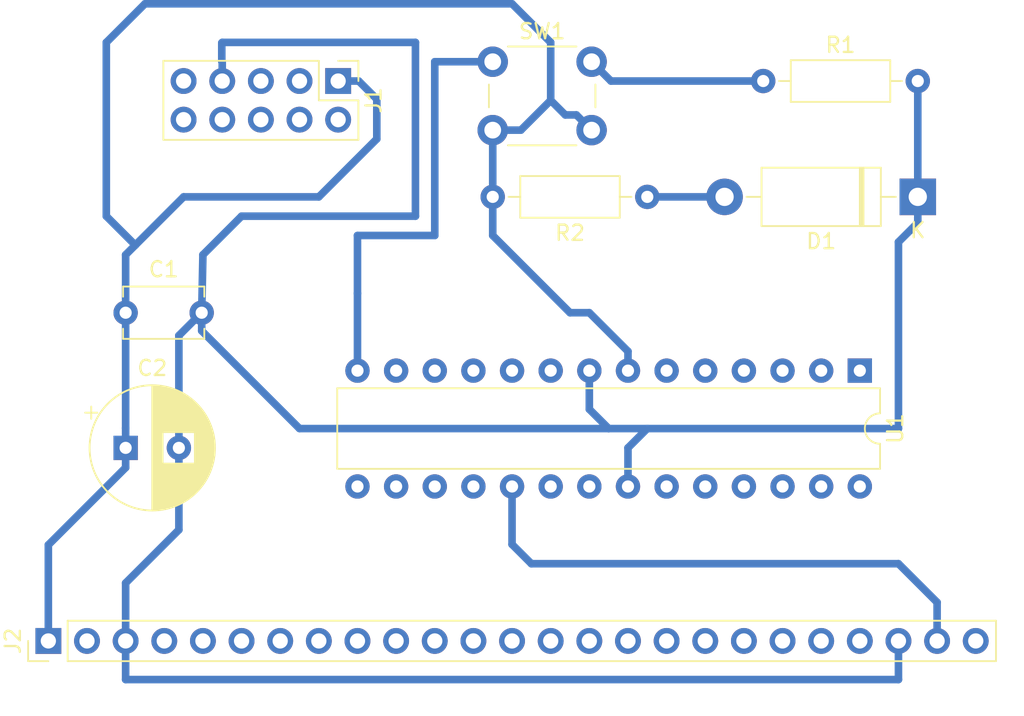
<source format=kicad_pcb>
(kicad_pcb (version 20171130) (host pcbnew "(5.1.0)-1")

  (general
    (thickness 1.6)
    (drawings 0)
    (tracks 73)
    (zones 0)
    (modules 9)
    (nets 53)
  )

  (page A4)
  (layers
    (0 F.Cu signal)
    (31 B.Cu signal)
    (32 B.Adhes user)
    (33 F.Adhes user)
    (34 B.Paste user)
    (35 F.Paste user)
    (36 B.SilkS user)
    (37 F.SilkS user)
    (38 B.Mask user)
    (39 F.Mask user)
    (40 Dwgs.User user)
    (41 Cmts.User user)
    (42 Eco1.User user)
    (43 Eco2.User user)
    (44 Edge.Cuts user)
    (45 Margin user)
    (46 B.CrtYd user)
    (47 F.CrtYd user)
    (48 B.Fab user)
    (49 F.Fab user)
  )

  (setup
    (last_trace_width 0.5)
    (trace_clearance 0.2)
    (zone_clearance 0.508)
    (zone_45_only no)
    (trace_min 0.2)
    (via_size 0.8)
    (via_drill 0.4)
    (via_min_size 0.4)
    (via_min_drill 0.3)
    (uvia_size 0.3)
    (uvia_drill 0.1)
    (uvias_allowed no)
    (uvia_min_size 0.2)
    (uvia_min_drill 0.1)
    (edge_width 0.1)
    (segment_width 0.2)
    (pcb_text_width 0.3)
    (pcb_text_size 1.5 1.5)
    (mod_edge_width 0.15)
    (mod_text_size 1 1)
    (mod_text_width 0.15)
    (pad_size 1.524 1.524)
    (pad_drill 0.762)
    (pad_to_mask_clearance 0)
    (aux_axis_origin 0 0)
    (visible_elements 7FFFFFFF)
    (pcbplotparams
      (layerselection 0x010fc_ffffffff)
      (usegerberextensions false)
      (usegerberattributes false)
      (usegerberadvancedattributes false)
      (creategerberjobfile false)
      (excludeedgelayer true)
      (linewidth 0.100000)
      (plotframeref false)
      (viasonmask false)
      (mode 1)
      (useauxorigin false)
      (hpglpennumber 1)
      (hpglpenspeed 20)
      (hpglpendiameter 15.000000)
      (psnegative false)
      (psa4output false)
      (plotreference true)
      (plotvalue true)
      (plotinvisibletext false)
      (padsonsilk false)
      (subtractmaskfromsilk false)
      (outputformat 1)
      (mirror false)
      (drillshape 1)
      (scaleselection 1)
      (outputdirectory ""))
  )

  (net 0 "")
  (net 1 GNDPWR)
  (net 2 +5V)
  (net 3 "Net-(D1-Pad2)")
  (net 4 "Net-(J1-Pad10)")
  (net 5 "Net-(J1-Pad9)")
  (net 6 "Net-(J1-Pad8)")
  (net 7 "Net-(J1-Pad6)")
  (net 8 "Net-(J1-Pad5)")
  (net 9 "Net-(J1-Pad4)")
  (net 10 "Net-(J1-Pad3)")
  (net 11 "Net-(J1-Pad2)")
  (net 12 "Net-(J2-Pad25)")
  (net 13 "Net-(J2-Pad22)")
  (net 14 "Net-(J2-Pad21)")
  (net 15 "Net-(J2-Pad20)")
  (net 16 "Net-(J2-Pad19)")
  (net 17 "Net-(J2-Pad18)")
  (net 18 "Net-(J2-Pad17)")
  (net 19 "Net-(J2-Pad16)")
  (net 20 "Net-(J2-Pad15)")
  (net 21 "Net-(J2-Pad14)")
  (net 22 "Net-(J2-Pad13)")
  (net 23 "Net-(J2-Pad12)")
  (net 24 "Net-(J2-Pad11)")
  (net 25 "Net-(J2-Pad10)")
  (net 26 "Net-(J2-Pad9)")
  (net 27 "Net-(J2-Pad8)")
  (net 28 "Net-(J2-Pad7)")
  (net 29 "Net-(J2-Pad6)")
  (net 30 "Net-(J2-Pad5)")
  (net 31 "Net-(J2-Pad4)")
  (net 32 "Net-(J2-Pad2)")
  (net 33 "Net-(R1-Pad1)")
  (net 34 "Net-(U1-Pad28)")
  (net 35 "Net-(U1-Pad27)")
  (net 36 "Net-(U1-Pad13)")
  (net 37 "Net-(U1-Pad26)")
  (net 38 "Net-(U1-Pad12)")
  (net 39 "Net-(U1-Pad25)")
  (net 40 "Net-(U1-Pad11)")
  (net 41 "Net-(U1-Pad24)")
  (net 42 "Net-(U1-Pad10)")
  (net 43 "Net-(U1-Pad23)")
  (net 44 "Net-(U1-Pad9)")
  (net 45 "Net-(U1-Pad21)")
  (net 46 "Net-(U1-Pad6)")
  (net 47 "Net-(U1-Pad5)")
  (net 48 "Net-(U1-Pad4)")
  (net 49 "Net-(U1-Pad3)")
  (net 50 "Net-(U1-Pad16)")
  (net 51 "Net-(U1-Pad2)")
  (net 52 "Net-(U1-Pad15)")

  (net_class Default "This is the default net class."
    (clearance 0.2)
    (trace_width 0.5)
    (via_dia 0.8)
    (via_drill 0.4)
    (uvia_dia 0.3)
    (uvia_drill 0.1)
    (add_net +5V)
    (add_net GNDPWR)
    (add_net "Net-(D1-Pad2)")
    (add_net "Net-(J1-Pad10)")
    (add_net "Net-(J1-Pad2)")
    (add_net "Net-(J1-Pad3)")
    (add_net "Net-(J1-Pad4)")
    (add_net "Net-(J1-Pad5)")
    (add_net "Net-(J1-Pad6)")
    (add_net "Net-(J1-Pad8)")
    (add_net "Net-(J1-Pad9)")
    (add_net "Net-(J2-Pad10)")
    (add_net "Net-(J2-Pad11)")
    (add_net "Net-(J2-Pad12)")
    (add_net "Net-(J2-Pad13)")
    (add_net "Net-(J2-Pad14)")
    (add_net "Net-(J2-Pad15)")
    (add_net "Net-(J2-Pad16)")
    (add_net "Net-(J2-Pad17)")
    (add_net "Net-(J2-Pad18)")
    (add_net "Net-(J2-Pad19)")
    (add_net "Net-(J2-Pad2)")
    (add_net "Net-(J2-Pad20)")
    (add_net "Net-(J2-Pad21)")
    (add_net "Net-(J2-Pad22)")
    (add_net "Net-(J2-Pad25)")
    (add_net "Net-(J2-Pad4)")
    (add_net "Net-(J2-Pad5)")
    (add_net "Net-(J2-Pad6)")
    (add_net "Net-(J2-Pad7)")
    (add_net "Net-(J2-Pad8)")
    (add_net "Net-(J2-Pad9)")
    (add_net "Net-(R1-Pad1)")
    (add_net "Net-(U1-Pad10)")
    (add_net "Net-(U1-Pad11)")
    (add_net "Net-(U1-Pad12)")
    (add_net "Net-(U1-Pad13)")
    (add_net "Net-(U1-Pad15)")
    (add_net "Net-(U1-Pad16)")
    (add_net "Net-(U1-Pad2)")
    (add_net "Net-(U1-Pad21)")
    (add_net "Net-(U1-Pad23)")
    (add_net "Net-(U1-Pad24)")
    (add_net "Net-(U1-Pad25)")
    (add_net "Net-(U1-Pad26)")
    (add_net "Net-(U1-Pad27)")
    (add_net "Net-(U1-Pad28)")
    (add_net "Net-(U1-Pad3)")
    (add_net "Net-(U1-Pad4)")
    (add_net "Net-(U1-Pad5)")
    (add_net "Net-(U1-Pad6)")
    (add_net "Net-(U1-Pad9)")
  )

  (module Package_DIP:DIP-28_W7.62mm (layer F.Cu) (tedit 5A02E8C5) (tstamp 5CB8F0FB)
    (at 151.13 83.82 270)
    (descr "28-lead though-hole mounted DIP package, row spacing 7.62 mm (300 mils)")
    (tags "THT DIP DIL PDIP 2.54mm 7.62mm 300mil")
    (path /5CB37C82)
    (fp_text reference U1 (at 3.81 -2.33 270) (layer F.SilkS)
      (effects (font (size 1 1) (thickness 0.15)))
    )
    (fp_text value ATmega328-PU (at 3.81 35.35 270) (layer F.Fab)
      (effects (font (size 1 1) (thickness 0.15)))
    )
    (fp_text user %R (at 3.81 16.51 270) (layer F.Fab)
      (effects (font (size 1 1) (thickness 0.15)))
    )
    (fp_line (start 8.7 -1.55) (end -1.1 -1.55) (layer F.CrtYd) (width 0.05))
    (fp_line (start 8.7 34.55) (end 8.7 -1.55) (layer F.CrtYd) (width 0.05))
    (fp_line (start -1.1 34.55) (end 8.7 34.55) (layer F.CrtYd) (width 0.05))
    (fp_line (start -1.1 -1.55) (end -1.1 34.55) (layer F.CrtYd) (width 0.05))
    (fp_line (start 6.46 -1.33) (end 4.81 -1.33) (layer F.SilkS) (width 0.12))
    (fp_line (start 6.46 34.35) (end 6.46 -1.33) (layer F.SilkS) (width 0.12))
    (fp_line (start 1.16 34.35) (end 6.46 34.35) (layer F.SilkS) (width 0.12))
    (fp_line (start 1.16 -1.33) (end 1.16 34.35) (layer F.SilkS) (width 0.12))
    (fp_line (start 2.81 -1.33) (end 1.16 -1.33) (layer F.SilkS) (width 0.12))
    (fp_line (start 0.635 -0.27) (end 1.635 -1.27) (layer F.Fab) (width 0.1))
    (fp_line (start 0.635 34.29) (end 0.635 -0.27) (layer F.Fab) (width 0.1))
    (fp_line (start 6.985 34.29) (end 0.635 34.29) (layer F.Fab) (width 0.1))
    (fp_line (start 6.985 -1.27) (end 6.985 34.29) (layer F.Fab) (width 0.1))
    (fp_line (start 1.635 -1.27) (end 6.985 -1.27) (layer F.Fab) (width 0.1))
    (fp_arc (start 3.81 -1.33) (end 2.81 -1.33) (angle -180) (layer F.SilkS) (width 0.12))
    (pad 28 thru_hole oval (at 7.62 0 270) (size 1.6 1.6) (drill 0.8) (layers *.Cu *.Mask)
      (net 34 "Net-(U1-Pad28)"))
    (pad 14 thru_hole oval (at 0 33.02 270) (size 1.6 1.6) (drill 0.8) (layers *.Cu *.Mask)
      (net 33 "Net-(R1-Pad1)"))
    (pad 27 thru_hole oval (at 7.62 2.54 270) (size 1.6 1.6) (drill 0.8) (layers *.Cu *.Mask)
      (net 35 "Net-(U1-Pad27)"))
    (pad 13 thru_hole oval (at 0 30.48 270) (size 1.6 1.6) (drill 0.8) (layers *.Cu *.Mask)
      (net 36 "Net-(U1-Pad13)"))
    (pad 26 thru_hole oval (at 7.62 5.08 270) (size 1.6 1.6) (drill 0.8) (layers *.Cu *.Mask)
      (net 37 "Net-(U1-Pad26)"))
    (pad 12 thru_hole oval (at 0 27.94 270) (size 1.6 1.6) (drill 0.8) (layers *.Cu *.Mask)
      (net 38 "Net-(U1-Pad12)"))
    (pad 25 thru_hole oval (at 7.62 7.62 270) (size 1.6 1.6) (drill 0.8) (layers *.Cu *.Mask)
      (net 39 "Net-(U1-Pad25)"))
    (pad 11 thru_hole oval (at 0 25.4 270) (size 1.6 1.6) (drill 0.8) (layers *.Cu *.Mask)
      (net 40 "Net-(U1-Pad11)"))
    (pad 24 thru_hole oval (at 7.62 10.16 270) (size 1.6 1.6) (drill 0.8) (layers *.Cu *.Mask)
      (net 41 "Net-(U1-Pad24)"))
    (pad 10 thru_hole oval (at 0 22.86 270) (size 1.6 1.6) (drill 0.8) (layers *.Cu *.Mask)
      (net 42 "Net-(U1-Pad10)"))
    (pad 23 thru_hole oval (at 7.62 12.7 270) (size 1.6 1.6) (drill 0.8) (layers *.Cu *.Mask)
      (net 43 "Net-(U1-Pad23)"))
    (pad 9 thru_hole oval (at 0 20.32 270) (size 1.6 1.6) (drill 0.8) (layers *.Cu *.Mask)
      (net 44 "Net-(U1-Pad9)"))
    (pad 22 thru_hole oval (at 7.62 15.24 270) (size 1.6 1.6) (drill 0.8) (layers *.Cu *.Mask)
      (net 1 GNDPWR))
    (pad 8 thru_hole oval (at 0 17.78 270) (size 1.6 1.6) (drill 0.8) (layers *.Cu *.Mask)
      (net 1 GNDPWR))
    (pad 21 thru_hole oval (at 7.62 17.78 270) (size 1.6 1.6) (drill 0.8) (layers *.Cu *.Mask)
      (net 45 "Net-(U1-Pad21)"))
    (pad 7 thru_hole oval (at 0 15.24 270) (size 1.6 1.6) (drill 0.8) (layers *.Cu *.Mask)
      (net 2 +5V))
    (pad 20 thru_hole oval (at 7.62 20.32 270) (size 1.6 1.6) (drill 0.8) (layers *.Cu *.Mask)
      (net 2 +5V))
    (pad 6 thru_hole oval (at 0 12.7 270) (size 1.6 1.6) (drill 0.8) (layers *.Cu *.Mask)
      (net 46 "Net-(U1-Pad6)"))
    (pad 19 thru_hole oval (at 7.62 22.86 270) (size 1.6 1.6) (drill 0.8) (layers *.Cu *.Mask)
      (net 6 "Net-(J1-Pad8)"))
    (pad 5 thru_hole oval (at 0 10.16 270) (size 1.6 1.6) (drill 0.8) (layers *.Cu *.Mask)
      (net 47 "Net-(U1-Pad5)"))
    (pad 18 thru_hole oval (at 7.62 25.4 270) (size 1.6 1.6) (drill 0.8) (layers *.Cu *.Mask)
      (net 4 "Net-(J1-Pad10)"))
    (pad 4 thru_hole oval (at 0 7.62 270) (size 1.6 1.6) (drill 0.8) (layers *.Cu *.Mask)
      (net 48 "Net-(U1-Pad4)"))
    (pad 17 thru_hole oval (at 7.62 27.94 270) (size 1.6 1.6) (drill 0.8) (layers *.Cu *.Mask)
      (net 11 "Net-(J1-Pad2)"))
    (pad 3 thru_hole oval (at 0 5.08 270) (size 1.6 1.6) (drill 0.8) (layers *.Cu *.Mask)
      (net 49 "Net-(U1-Pad3)"))
    (pad 16 thru_hole oval (at 7.62 30.48 270) (size 1.6 1.6) (drill 0.8) (layers *.Cu *.Mask)
      (net 50 "Net-(U1-Pad16)"))
    (pad 2 thru_hole oval (at 0 2.54 270) (size 1.6 1.6) (drill 0.8) (layers *.Cu *.Mask)
      (net 51 "Net-(U1-Pad2)"))
    (pad 15 thru_hole oval (at 7.62 33.02 270) (size 1.6 1.6) (drill 0.8) (layers *.Cu *.Mask)
      (net 52 "Net-(U1-Pad15)"))
    (pad 1 thru_hole rect (at 0 0 270) (size 1.6 1.6) (drill 0.8) (layers *.Cu *.Mask)
      (net 7 "Net-(J1-Pad6)"))
    (model ${KISYS3DMOD}/Package_DIP.3dshapes/DIP-28_W7.62mm.wrl
      (at (xyz 0 0 0))
      (scale (xyz 1 1 1))
      (rotate (xyz 0 0 0))
    )
  )

  (module Button_Switch_THT:SW_PUSH_6mm_H4.3mm (layer F.Cu) (tedit 5A02FE31) (tstamp 5CB8F0CB)
    (at 127 63.5)
    (descr "tactile push button, 6x6mm e.g. PHAP33xx series, height=4.3mm")
    (tags "tact sw push 6mm")
    (path /5CB41666)
    (fp_text reference SW1 (at 3.25 -2) (layer F.SilkS)
      (effects (font (size 1 1) (thickness 0.15)))
    )
    (fp_text value SW (at 3.75 6.7) (layer F.Fab)
      (effects (font (size 1 1) (thickness 0.15)))
    )
    (fp_circle (center 3.25 2.25) (end 1.25 2.5) (layer F.Fab) (width 0.1))
    (fp_line (start 6.75 3) (end 6.75 1.5) (layer F.SilkS) (width 0.12))
    (fp_line (start 5.5 -1) (end 1 -1) (layer F.SilkS) (width 0.12))
    (fp_line (start -0.25 1.5) (end -0.25 3) (layer F.SilkS) (width 0.12))
    (fp_line (start 1 5.5) (end 5.5 5.5) (layer F.SilkS) (width 0.12))
    (fp_line (start 8 -1.25) (end 8 5.75) (layer F.CrtYd) (width 0.05))
    (fp_line (start 7.75 6) (end -1.25 6) (layer F.CrtYd) (width 0.05))
    (fp_line (start -1.5 5.75) (end -1.5 -1.25) (layer F.CrtYd) (width 0.05))
    (fp_line (start -1.25 -1.5) (end 7.75 -1.5) (layer F.CrtYd) (width 0.05))
    (fp_line (start -1.5 6) (end -1.25 6) (layer F.CrtYd) (width 0.05))
    (fp_line (start -1.5 5.75) (end -1.5 6) (layer F.CrtYd) (width 0.05))
    (fp_line (start -1.5 -1.5) (end -1.25 -1.5) (layer F.CrtYd) (width 0.05))
    (fp_line (start -1.5 -1.25) (end -1.5 -1.5) (layer F.CrtYd) (width 0.05))
    (fp_line (start 8 -1.5) (end 8 -1.25) (layer F.CrtYd) (width 0.05))
    (fp_line (start 7.75 -1.5) (end 8 -1.5) (layer F.CrtYd) (width 0.05))
    (fp_line (start 8 6) (end 8 5.75) (layer F.CrtYd) (width 0.05))
    (fp_line (start 7.75 6) (end 8 6) (layer F.CrtYd) (width 0.05))
    (fp_line (start 0.25 -0.75) (end 3.25 -0.75) (layer F.Fab) (width 0.1))
    (fp_line (start 0.25 5.25) (end 0.25 -0.75) (layer F.Fab) (width 0.1))
    (fp_line (start 6.25 5.25) (end 0.25 5.25) (layer F.Fab) (width 0.1))
    (fp_line (start 6.25 -0.75) (end 6.25 5.25) (layer F.Fab) (width 0.1))
    (fp_line (start 3.25 -0.75) (end 6.25 -0.75) (layer F.Fab) (width 0.1))
    (fp_text user %R (at 3.25 2.25) (layer F.Fab)
      (effects (font (size 1 1) (thickness 0.15)))
    )
    (pad 1 thru_hole circle (at 6.5 0 90) (size 2 2) (drill 1.1) (layers *.Cu *.Mask)
      (net 33 "Net-(R1-Pad1)"))
    (pad 2 thru_hole circle (at 6.5 4.5 90) (size 2 2) (drill 1.1) (layers *.Cu *.Mask)
      (net 2 +5V))
    (pad 1 thru_hole circle (at 0 0 90) (size 2 2) (drill 1.1) (layers *.Cu *.Mask)
      (net 33 "Net-(R1-Pad1)"))
    (pad 2 thru_hole circle (at 0 4.5 90) (size 2 2) (drill 1.1) (layers *.Cu *.Mask)
      (net 2 +5V))
    (model ${KISYS3DMOD}/Button_Switch_THT.3dshapes/SW_PUSH_6mm_H4.3mm.wrl
      (at (xyz 0 0 0))
      (scale (xyz 1 1 1))
      (rotate (xyz 0 0 0))
    )
  )

  (module Resistor_THT:R_Axial_DIN0207_L6.3mm_D2.5mm_P10.16mm_Horizontal (layer F.Cu) (tedit 5AE5139B) (tstamp 5CB8F0AC)
    (at 137.16 72.39 180)
    (descr "Resistor, Axial_DIN0207 series, Axial, Horizontal, pin pitch=10.16mm, 0.25W = 1/4W, length*diameter=6.3*2.5mm^2, http://cdn-reichelt.de/documents/datenblatt/B400/1_4W%23YAG.pdf")
    (tags "Resistor Axial_DIN0207 series Axial Horizontal pin pitch 10.16mm 0.25W = 1/4W length 6.3mm diameter 2.5mm")
    (path /5CB52D38)
    (fp_text reference R2 (at 5.08 -2.37 180) (layer F.SilkS)
      (effects (font (size 1 1) (thickness 0.15)))
    )
    (fp_text value 1k (at 5.08 2.37 180) (layer F.Fab)
      (effects (font (size 1 1) (thickness 0.15)))
    )
    (fp_text user %R (at 5.08 0 180) (layer F.Fab)
      (effects (font (size 1 1) (thickness 0.15)))
    )
    (fp_line (start 11.21 -1.5) (end -1.05 -1.5) (layer F.CrtYd) (width 0.05))
    (fp_line (start 11.21 1.5) (end 11.21 -1.5) (layer F.CrtYd) (width 0.05))
    (fp_line (start -1.05 1.5) (end 11.21 1.5) (layer F.CrtYd) (width 0.05))
    (fp_line (start -1.05 -1.5) (end -1.05 1.5) (layer F.CrtYd) (width 0.05))
    (fp_line (start 9.12 0) (end 8.35 0) (layer F.SilkS) (width 0.12))
    (fp_line (start 1.04 0) (end 1.81 0) (layer F.SilkS) (width 0.12))
    (fp_line (start 8.35 -1.37) (end 1.81 -1.37) (layer F.SilkS) (width 0.12))
    (fp_line (start 8.35 1.37) (end 8.35 -1.37) (layer F.SilkS) (width 0.12))
    (fp_line (start 1.81 1.37) (end 8.35 1.37) (layer F.SilkS) (width 0.12))
    (fp_line (start 1.81 -1.37) (end 1.81 1.37) (layer F.SilkS) (width 0.12))
    (fp_line (start 10.16 0) (end 8.23 0) (layer F.Fab) (width 0.1))
    (fp_line (start 0 0) (end 1.93 0) (layer F.Fab) (width 0.1))
    (fp_line (start 8.23 -1.25) (end 1.93 -1.25) (layer F.Fab) (width 0.1))
    (fp_line (start 8.23 1.25) (end 8.23 -1.25) (layer F.Fab) (width 0.1))
    (fp_line (start 1.93 1.25) (end 8.23 1.25) (layer F.Fab) (width 0.1))
    (fp_line (start 1.93 -1.25) (end 1.93 1.25) (layer F.Fab) (width 0.1))
    (pad 2 thru_hole oval (at 10.16 0 180) (size 1.6 1.6) (drill 0.8) (layers *.Cu *.Mask)
      (net 2 +5V))
    (pad 1 thru_hole circle (at 0 0 180) (size 1.6 1.6) (drill 0.8) (layers *.Cu *.Mask)
      (net 3 "Net-(D1-Pad2)"))
    (model ${KISYS3DMOD}/Resistor_THT.3dshapes/R_Axial_DIN0207_L6.3mm_D2.5mm_P10.16mm_Horizontal.wrl
      (at (xyz 0 0 0))
      (scale (xyz 1 1 1))
      (rotate (xyz 0 0 0))
    )
  )

  (module Resistor_THT:R_Axial_DIN0207_L6.3mm_D2.5mm_P10.16mm_Horizontal (layer F.Cu) (tedit 5AE5139B) (tstamp 5CB8FBE4)
    (at 144.78 64.77)
    (descr "Resistor, Axial_DIN0207 series, Axial, Horizontal, pin pitch=10.16mm, 0.25W = 1/4W, length*diameter=6.3*2.5mm^2, http://cdn-reichelt.de/documents/datenblatt/B400/1_4W%23YAG.pdf")
    (tags "Resistor Axial_DIN0207 series Axial Horizontal pin pitch 10.16mm 0.25W = 1/4W length 6.3mm diameter 2.5mm")
    (path /5CB42A87)
    (fp_text reference R1 (at 5.08 -2.37) (layer F.SilkS)
      (effects (font (size 1 1) (thickness 0.15)))
    )
    (fp_text value 10k (at 5.08 2.37) (layer F.Fab)
      (effects (font (size 1 1) (thickness 0.15)))
    )
    (fp_text user %R (at 5.08 0) (layer F.Fab)
      (effects (font (size 1 1) (thickness 0.15)))
    )
    (fp_line (start 11.21 -1.5) (end -1.05 -1.5) (layer F.CrtYd) (width 0.05))
    (fp_line (start 11.21 1.5) (end 11.21 -1.5) (layer F.CrtYd) (width 0.05))
    (fp_line (start -1.05 1.5) (end 11.21 1.5) (layer F.CrtYd) (width 0.05))
    (fp_line (start -1.05 -1.5) (end -1.05 1.5) (layer F.CrtYd) (width 0.05))
    (fp_line (start 9.12 0) (end 8.35 0) (layer F.SilkS) (width 0.12))
    (fp_line (start 1.04 0) (end 1.81 0) (layer F.SilkS) (width 0.12))
    (fp_line (start 8.35 -1.37) (end 1.81 -1.37) (layer F.SilkS) (width 0.12))
    (fp_line (start 8.35 1.37) (end 8.35 -1.37) (layer F.SilkS) (width 0.12))
    (fp_line (start 1.81 1.37) (end 8.35 1.37) (layer F.SilkS) (width 0.12))
    (fp_line (start 1.81 -1.37) (end 1.81 1.37) (layer F.SilkS) (width 0.12))
    (fp_line (start 10.16 0) (end 8.23 0) (layer F.Fab) (width 0.1))
    (fp_line (start 0 0) (end 1.93 0) (layer F.Fab) (width 0.1))
    (fp_line (start 8.23 -1.25) (end 1.93 -1.25) (layer F.Fab) (width 0.1))
    (fp_line (start 8.23 1.25) (end 8.23 -1.25) (layer F.Fab) (width 0.1))
    (fp_line (start 1.93 1.25) (end 8.23 1.25) (layer F.Fab) (width 0.1))
    (fp_line (start 1.93 -1.25) (end 1.93 1.25) (layer F.Fab) (width 0.1))
    (pad 2 thru_hole oval (at 10.16 0) (size 1.6 1.6) (drill 0.8) (layers *.Cu *.Mask)
      (net 1 GNDPWR))
    (pad 1 thru_hole circle (at 0 0) (size 1.6 1.6) (drill 0.8) (layers *.Cu *.Mask)
      (net 33 "Net-(R1-Pad1)"))
    (model ${KISYS3DMOD}/Resistor_THT.3dshapes/R_Axial_DIN0207_L6.3mm_D2.5mm_P10.16mm_Horizontal.wrl
      (at (xyz 0 0 0))
      (scale (xyz 1 1 1))
      (rotate (xyz 0 0 0))
    )
  )

  (module Connector_PinHeader_2.54mm:PinHeader_1x25_P2.54mm_Vertical (layer F.Cu) (tedit 59FED5CC) (tstamp 5CB8F07E)
    (at 97.79 101.6 90)
    (descr "Through hole straight pin header, 1x25, 2.54mm pitch, single row")
    (tags "Through hole pin header THT 1x25 2.54mm single row")
    (path /5CB38ADE)
    (fp_text reference J2 (at 0 -2.33 90) (layer F.SilkS)
      (effects (font (size 1 1) (thickness 0.15)))
    )
    (fp_text value "Rainbow Bus" (at 0 63.29 90) (layer F.Fab)
      (effects (font (size 1 1) (thickness 0.15)))
    )
    (fp_text user %R (at 0 30.48 180) (layer F.Fab)
      (effects (font (size 1 1) (thickness 0.15)))
    )
    (fp_line (start 1.8 -1.8) (end -1.8 -1.8) (layer F.CrtYd) (width 0.05))
    (fp_line (start 1.8 62.75) (end 1.8 -1.8) (layer F.CrtYd) (width 0.05))
    (fp_line (start -1.8 62.75) (end 1.8 62.75) (layer F.CrtYd) (width 0.05))
    (fp_line (start -1.8 -1.8) (end -1.8 62.75) (layer F.CrtYd) (width 0.05))
    (fp_line (start -1.33 -1.33) (end 0 -1.33) (layer F.SilkS) (width 0.12))
    (fp_line (start -1.33 0) (end -1.33 -1.33) (layer F.SilkS) (width 0.12))
    (fp_line (start -1.33 1.27) (end 1.33 1.27) (layer F.SilkS) (width 0.12))
    (fp_line (start 1.33 1.27) (end 1.33 62.29) (layer F.SilkS) (width 0.12))
    (fp_line (start -1.33 1.27) (end -1.33 62.29) (layer F.SilkS) (width 0.12))
    (fp_line (start -1.33 62.29) (end 1.33 62.29) (layer F.SilkS) (width 0.12))
    (fp_line (start -1.27 -0.635) (end -0.635 -1.27) (layer F.Fab) (width 0.1))
    (fp_line (start -1.27 62.23) (end -1.27 -0.635) (layer F.Fab) (width 0.1))
    (fp_line (start 1.27 62.23) (end -1.27 62.23) (layer F.Fab) (width 0.1))
    (fp_line (start 1.27 -1.27) (end 1.27 62.23) (layer F.Fab) (width 0.1))
    (fp_line (start -0.635 -1.27) (end 1.27 -1.27) (layer F.Fab) (width 0.1))
    (pad 25 thru_hole oval (at 0 60.96 90) (size 1.7 1.7) (drill 1) (layers *.Cu *.Mask)
      (net 12 "Net-(J2-Pad25)"))
    (pad 24 thru_hole oval (at 0 58.42 90) (size 1.7 1.7) (drill 1) (layers *.Cu *.Mask)
      (net 6 "Net-(J1-Pad8)"))
    (pad 23 thru_hole oval (at 0 55.88 90) (size 1.7 1.7) (drill 1) (layers *.Cu *.Mask)
      (net 1 GNDPWR))
    (pad 22 thru_hole oval (at 0 53.34 90) (size 1.7 1.7) (drill 1) (layers *.Cu *.Mask)
      (net 13 "Net-(J2-Pad22)"))
    (pad 21 thru_hole oval (at 0 50.8 90) (size 1.7 1.7) (drill 1) (layers *.Cu *.Mask)
      (net 14 "Net-(J2-Pad21)"))
    (pad 20 thru_hole oval (at 0 48.26 90) (size 1.7 1.7) (drill 1) (layers *.Cu *.Mask)
      (net 15 "Net-(J2-Pad20)"))
    (pad 19 thru_hole oval (at 0 45.72 90) (size 1.7 1.7) (drill 1) (layers *.Cu *.Mask)
      (net 16 "Net-(J2-Pad19)"))
    (pad 18 thru_hole oval (at 0 43.18 90) (size 1.7 1.7) (drill 1) (layers *.Cu *.Mask)
      (net 17 "Net-(J2-Pad18)"))
    (pad 17 thru_hole oval (at 0 40.64 90) (size 1.7 1.7) (drill 1) (layers *.Cu *.Mask)
      (net 18 "Net-(J2-Pad17)"))
    (pad 16 thru_hole oval (at 0 38.1 90) (size 1.7 1.7) (drill 1) (layers *.Cu *.Mask)
      (net 19 "Net-(J2-Pad16)"))
    (pad 15 thru_hole oval (at 0 35.56 90) (size 1.7 1.7) (drill 1) (layers *.Cu *.Mask)
      (net 20 "Net-(J2-Pad15)"))
    (pad 14 thru_hole oval (at 0 33.02 90) (size 1.7 1.7) (drill 1) (layers *.Cu *.Mask)
      (net 21 "Net-(J2-Pad14)"))
    (pad 13 thru_hole oval (at 0 30.48 90) (size 1.7 1.7) (drill 1) (layers *.Cu *.Mask)
      (net 22 "Net-(J2-Pad13)"))
    (pad 12 thru_hole oval (at 0 27.94 90) (size 1.7 1.7) (drill 1) (layers *.Cu *.Mask)
      (net 23 "Net-(J2-Pad12)"))
    (pad 11 thru_hole oval (at 0 25.4 90) (size 1.7 1.7) (drill 1) (layers *.Cu *.Mask)
      (net 24 "Net-(J2-Pad11)"))
    (pad 10 thru_hole oval (at 0 22.86 90) (size 1.7 1.7) (drill 1) (layers *.Cu *.Mask)
      (net 25 "Net-(J2-Pad10)"))
    (pad 9 thru_hole oval (at 0 20.32 90) (size 1.7 1.7) (drill 1) (layers *.Cu *.Mask)
      (net 26 "Net-(J2-Pad9)"))
    (pad 8 thru_hole oval (at 0 17.78 90) (size 1.7 1.7) (drill 1) (layers *.Cu *.Mask)
      (net 27 "Net-(J2-Pad8)"))
    (pad 7 thru_hole oval (at 0 15.24 90) (size 1.7 1.7) (drill 1) (layers *.Cu *.Mask)
      (net 28 "Net-(J2-Pad7)"))
    (pad 6 thru_hole oval (at 0 12.7 90) (size 1.7 1.7) (drill 1) (layers *.Cu *.Mask)
      (net 29 "Net-(J2-Pad6)"))
    (pad 5 thru_hole oval (at 0 10.16 90) (size 1.7 1.7) (drill 1) (layers *.Cu *.Mask)
      (net 30 "Net-(J2-Pad5)"))
    (pad 4 thru_hole oval (at 0 7.62 90) (size 1.7 1.7) (drill 1) (layers *.Cu *.Mask)
      (net 31 "Net-(J2-Pad4)"))
    (pad 3 thru_hole oval (at 0 5.08 90) (size 1.7 1.7) (drill 1) (layers *.Cu *.Mask)
      (net 1 GNDPWR))
    (pad 2 thru_hole oval (at 0 2.54 90) (size 1.7 1.7) (drill 1) (layers *.Cu *.Mask)
      (net 32 "Net-(J2-Pad2)"))
    (pad 1 thru_hole rect (at 0 0 90) (size 1.7 1.7) (drill 1) (layers *.Cu *.Mask)
      (net 2 +5V))
    (model ${KISYS3DMOD}/Connector_PinHeader_2.54mm.3dshapes/PinHeader_1x25_P2.54mm_Vertical.wrl
      (at (xyz 0 0 0))
      (scale (xyz 1 1 1))
      (rotate (xyz 0 0 0))
    )
  )

  (module Connector_PinHeader_2.54mm:PinHeader_2x05_P2.54mm_Vertical (layer F.Cu) (tedit 59FED5CC) (tstamp 5CB8F051)
    (at 116.84 64.77 270)
    (descr "Through hole straight pin header, 2x05, 2.54mm pitch, double rows")
    (tags "Through hole pin header THT 2x05 2.54mm double row")
    (path /5CB37D36)
    (fp_text reference J1 (at 1.27 -2.33 270) (layer F.SilkS)
      (effects (font (size 1 1) (thickness 0.15)))
    )
    (fp_text value "SPI Connector" (at 1.27 12.49 270) (layer F.Fab)
      (effects (font (size 1 1) (thickness 0.15)))
    )
    (fp_text user %R (at 1.27 5.08) (layer F.Fab)
      (effects (font (size 1 1) (thickness 0.15)))
    )
    (fp_line (start 4.35 -1.8) (end -1.8 -1.8) (layer F.CrtYd) (width 0.05))
    (fp_line (start 4.35 11.95) (end 4.35 -1.8) (layer F.CrtYd) (width 0.05))
    (fp_line (start -1.8 11.95) (end 4.35 11.95) (layer F.CrtYd) (width 0.05))
    (fp_line (start -1.8 -1.8) (end -1.8 11.95) (layer F.CrtYd) (width 0.05))
    (fp_line (start -1.33 -1.33) (end 0 -1.33) (layer F.SilkS) (width 0.12))
    (fp_line (start -1.33 0) (end -1.33 -1.33) (layer F.SilkS) (width 0.12))
    (fp_line (start 1.27 -1.33) (end 3.87 -1.33) (layer F.SilkS) (width 0.12))
    (fp_line (start 1.27 1.27) (end 1.27 -1.33) (layer F.SilkS) (width 0.12))
    (fp_line (start -1.33 1.27) (end 1.27 1.27) (layer F.SilkS) (width 0.12))
    (fp_line (start 3.87 -1.33) (end 3.87 11.49) (layer F.SilkS) (width 0.12))
    (fp_line (start -1.33 1.27) (end -1.33 11.49) (layer F.SilkS) (width 0.12))
    (fp_line (start -1.33 11.49) (end 3.87 11.49) (layer F.SilkS) (width 0.12))
    (fp_line (start -1.27 0) (end 0 -1.27) (layer F.Fab) (width 0.1))
    (fp_line (start -1.27 11.43) (end -1.27 0) (layer F.Fab) (width 0.1))
    (fp_line (start 3.81 11.43) (end -1.27 11.43) (layer F.Fab) (width 0.1))
    (fp_line (start 3.81 -1.27) (end 3.81 11.43) (layer F.Fab) (width 0.1))
    (fp_line (start 0 -1.27) (end 3.81 -1.27) (layer F.Fab) (width 0.1))
    (pad 10 thru_hole oval (at 2.54 10.16 270) (size 1.7 1.7) (drill 1) (layers *.Cu *.Mask)
      (net 4 "Net-(J1-Pad10)"))
    (pad 9 thru_hole oval (at 0 10.16 270) (size 1.7 1.7) (drill 1) (layers *.Cu *.Mask)
      (net 5 "Net-(J1-Pad9)"))
    (pad 8 thru_hole oval (at 2.54 7.62 270) (size 1.7 1.7) (drill 1) (layers *.Cu *.Mask)
      (net 6 "Net-(J1-Pad8)"))
    (pad 7 thru_hole oval (at 0 7.62 270) (size 1.7 1.7) (drill 1) (layers *.Cu *.Mask)
      (net 1 GNDPWR))
    (pad 6 thru_hole oval (at 2.54 5.08 270) (size 1.7 1.7) (drill 1) (layers *.Cu *.Mask)
      (net 7 "Net-(J1-Pad6)"))
    (pad 5 thru_hole oval (at 0 5.08 270) (size 1.7 1.7) (drill 1) (layers *.Cu *.Mask)
      (net 8 "Net-(J1-Pad5)"))
    (pad 4 thru_hole oval (at 2.54 2.54 270) (size 1.7 1.7) (drill 1) (layers *.Cu *.Mask)
      (net 9 "Net-(J1-Pad4)"))
    (pad 3 thru_hole oval (at 0 2.54 270) (size 1.7 1.7) (drill 1) (layers *.Cu *.Mask)
      (net 10 "Net-(J1-Pad3)"))
    (pad 2 thru_hole oval (at 2.54 0 270) (size 1.7 1.7) (drill 1) (layers *.Cu *.Mask)
      (net 11 "Net-(J1-Pad2)"))
    (pad 1 thru_hole rect (at 0 0 270) (size 1.7 1.7) (drill 1) (layers *.Cu *.Mask)
      (net 2 +5V))
    (model ${KISYS3DMOD}/Connector_PinHeader_2.54mm.3dshapes/PinHeader_2x05_P2.54mm_Vertical.wrl
      (at (xyz 0 0 0))
      (scale (xyz 1 1 1))
      (rotate (xyz 0 0 0))
    )
  )

  (module Diode_THT:D_DO-15_P12.70mm_Horizontal (layer F.Cu) (tedit 5AE50CD5) (tstamp 5CB8FAB1)
    (at 154.94 72.39 180)
    (descr "Diode, DO-15 series, Axial, Horizontal, pin pitch=12.7mm, , length*diameter=7.6*3.6mm^2, , http://www.diodes.com/_files/packages/DO-15.pdf")
    (tags "Diode DO-15 series Axial Horizontal pin pitch 12.7mm  length 7.6mm diameter 3.6mm")
    (path /5CB520D1)
    (fp_text reference D1 (at 6.35 -2.92 180) (layer F.SilkS)
      (effects (font (size 1 1) (thickness 0.15)))
    )
    (fp_text value LED_ALT (at 6.35 2.92 180) (layer F.Fab)
      (effects (font (size 1 1) (thickness 0.15)))
    )
    (fp_text user K (at 0 -2.2 180) (layer F.SilkS)
      (effects (font (size 1 1) (thickness 0.15)))
    )
    (fp_text user K (at 0 -2.2 180) (layer F.Fab)
      (effects (font (size 1 1) (thickness 0.15)))
    )
    (fp_text user %R (at 6.92 0 180) (layer F.Fab)
      (effects (font (size 1 1) (thickness 0.15)))
    )
    (fp_line (start 14.15 -2.05) (end -1.45 -2.05) (layer F.CrtYd) (width 0.05))
    (fp_line (start 14.15 2.05) (end 14.15 -2.05) (layer F.CrtYd) (width 0.05))
    (fp_line (start -1.45 2.05) (end 14.15 2.05) (layer F.CrtYd) (width 0.05))
    (fp_line (start -1.45 -2.05) (end -1.45 2.05) (layer F.CrtYd) (width 0.05))
    (fp_line (start 3.57 -1.92) (end 3.57 1.92) (layer F.SilkS) (width 0.12))
    (fp_line (start 3.81 -1.92) (end 3.81 1.92) (layer F.SilkS) (width 0.12))
    (fp_line (start 3.69 -1.92) (end 3.69 1.92) (layer F.SilkS) (width 0.12))
    (fp_line (start 11.26 0) (end 10.27 0) (layer F.SilkS) (width 0.12))
    (fp_line (start 1.44 0) (end 2.43 0) (layer F.SilkS) (width 0.12))
    (fp_line (start 10.27 -1.92) (end 2.43 -1.92) (layer F.SilkS) (width 0.12))
    (fp_line (start 10.27 1.92) (end 10.27 -1.92) (layer F.SilkS) (width 0.12))
    (fp_line (start 2.43 1.92) (end 10.27 1.92) (layer F.SilkS) (width 0.12))
    (fp_line (start 2.43 -1.92) (end 2.43 1.92) (layer F.SilkS) (width 0.12))
    (fp_line (start 3.59 -1.8) (end 3.59 1.8) (layer F.Fab) (width 0.1))
    (fp_line (start 3.79 -1.8) (end 3.79 1.8) (layer F.Fab) (width 0.1))
    (fp_line (start 3.69 -1.8) (end 3.69 1.8) (layer F.Fab) (width 0.1))
    (fp_line (start 12.7 0) (end 10.15 0) (layer F.Fab) (width 0.1))
    (fp_line (start 0 0) (end 2.55 0) (layer F.Fab) (width 0.1))
    (fp_line (start 10.15 -1.8) (end 2.55 -1.8) (layer F.Fab) (width 0.1))
    (fp_line (start 10.15 1.8) (end 10.15 -1.8) (layer F.Fab) (width 0.1))
    (fp_line (start 2.55 1.8) (end 10.15 1.8) (layer F.Fab) (width 0.1))
    (fp_line (start 2.55 -1.8) (end 2.55 1.8) (layer F.Fab) (width 0.1))
    (pad 2 thru_hole oval (at 12.7 0 180) (size 2.4 2.4) (drill 1.2) (layers *.Cu *.Mask)
      (net 3 "Net-(D1-Pad2)"))
    (pad 1 thru_hole rect (at 0 0 180) (size 2.4 2.4) (drill 1.2) (layers *.Cu *.Mask)
      (net 1 GNDPWR))
    (model ${KISYS3DMOD}/Diode_THT.3dshapes/D_DO-15_P12.70mm_Horizontal.wrl
      (at (xyz 0 0 0))
      (scale (xyz 1 1 1))
      (rotate (xyz 0 0 0))
    )
  )

  (module Capacitor_THT:CP_Radial_D8.0mm_P3.50mm (layer F.Cu) (tedit 5AE50EF0) (tstamp 5CB8F012)
    (at 102.87 88.9)
    (descr "CP, Radial series, Radial, pin pitch=3.50mm, , diameter=8mm, Electrolytic Capacitor")
    (tags "CP Radial series Radial pin pitch 3.50mm  diameter 8mm Electrolytic Capacitor")
    (path /5CB8B6CC)
    (fp_text reference C2 (at 1.75 -5.25) (layer F.SilkS)
      (effects (font (size 1 1) (thickness 0.15)))
    )
    (fp_text value 100u (at 1.75 5.25) (layer F.Fab)
      (effects (font (size 1 1) (thickness 0.15)))
    )
    (fp_text user %R (at 1.75 0) (layer F.Fab)
      (effects (font (size 1 1) (thickness 0.15)))
    )
    (fp_line (start -2.259698 -2.715) (end -2.259698 -1.915) (layer F.SilkS) (width 0.12))
    (fp_line (start -2.659698 -2.315) (end -1.859698 -2.315) (layer F.SilkS) (width 0.12))
    (fp_line (start 5.831 -0.533) (end 5.831 0.533) (layer F.SilkS) (width 0.12))
    (fp_line (start 5.791 -0.768) (end 5.791 0.768) (layer F.SilkS) (width 0.12))
    (fp_line (start 5.751 -0.948) (end 5.751 0.948) (layer F.SilkS) (width 0.12))
    (fp_line (start 5.711 -1.098) (end 5.711 1.098) (layer F.SilkS) (width 0.12))
    (fp_line (start 5.671 -1.229) (end 5.671 1.229) (layer F.SilkS) (width 0.12))
    (fp_line (start 5.631 -1.346) (end 5.631 1.346) (layer F.SilkS) (width 0.12))
    (fp_line (start 5.591 -1.453) (end 5.591 1.453) (layer F.SilkS) (width 0.12))
    (fp_line (start 5.551 -1.552) (end 5.551 1.552) (layer F.SilkS) (width 0.12))
    (fp_line (start 5.511 -1.645) (end 5.511 1.645) (layer F.SilkS) (width 0.12))
    (fp_line (start 5.471 -1.731) (end 5.471 1.731) (layer F.SilkS) (width 0.12))
    (fp_line (start 5.431 -1.813) (end 5.431 1.813) (layer F.SilkS) (width 0.12))
    (fp_line (start 5.391 -1.89) (end 5.391 1.89) (layer F.SilkS) (width 0.12))
    (fp_line (start 5.351 -1.964) (end 5.351 1.964) (layer F.SilkS) (width 0.12))
    (fp_line (start 5.311 -2.034) (end 5.311 2.034) (layer F.SilkS) (width 0.12))
    (fp_line (start 5.271 -2.102) (end 5.271 2.102) (layer F.SilkS) (width 0.12))
    (fp_line (start 5.231 -2.166) (end 5.231 2.166) (layer F.SilkS) (width 0.12))
    (fp_line (start 5.191 -2.228) (end 5.191 2.228) (layer F.SilkS) (width 0.12))
    (fp_line (start 5.151 -2.287) (end 5.151 2.287) (layer F.SilkS) (width 0.12))
    (fp_line (start 5.111 -2.345) (end 5.111 2.345) (layer F.SilkS) (width 0.12))
    (fp_line (start 5.071 -2.4) (end 5.071 2.4) (layer F.SilkS) (width 0.12))
    (fp_line (start 5.031 -2.454) (end 5.031 2.454) (layer F.SilkS) (width 0.12))
    (fp_line (start 4.991 -2.505) (end 4.991 2.505) (layer F.SilkS) (width 0.12))
    (fp_line (start 4.951 -2.556) (end 4.951 2.556) (layer F.SilkS) (width 0.12))
    (fp_line (start 4.911 -2.604) (end 4.911 2.604) (layer F.SilkS) (width 0.12))
    (fp_line (start 4.871 -2.651) (end 4.871 2.651) (layer F.SilkS) (width 0.12))
    (fp_line (start 4.831 -2.697) (end 4.831 2.697) (layer F.SilkS) (width 0.12))
    (fp_line (start 4.791 -2.741) (end 4.791 2.741) (layer F.SilkS) (width 0.12))
    (fp_line (start 4.751 -2.784) (end 4.751 2.784) (layer F.SilkS) (width 0.12))
    (fp_line (start 4.711 -2.826) (end 4.711 2.826) (layer F.SilkS) (width 0.12))
    (fp_line (start 4.671 -2.867) (end 4.671 2.867) (layer F.SilkS) (width 0.12))
    (fp_line (start 4.631 -2.907) (end 4.631 2.907) (layer F.SilkS) (width 0.12))
    (fp_line (start 4.591 -2.945) (end 4.591 2.945) (layer F.SilkS) (width 0.12))
    (fp_line (start 4.551 -2.983) (end 4.551 2.983) (layer F.SilkS) (width 0.12))
    (fp_line (start 4.511 1.04) (end 4.511 3.019) (layer F.SilkS) (width 0.12))
    (fp_line (start 4.511 -3.019) (end 4.511 -1.04) (layer F.SilkS) (width 0.12))
    (fp_line (start 4.471 1.04) (end 4.471 3.055) (layer F.SilkS) (width 0.12))
    (fp_line (start 4.471 -3.055) (end 4.471 -1.04) (layer F.SilkS) (width 0.12))
    (fp_line (start 4.431 1.04) (end 4.431 3.09) (layer F.SilkS) (width 0.12))
    (fp_line (start 4.431 -3.09) (end 4.431 -1.04) (layer F.SilkS) (width 0.12))
    (fp_line (start 4.391 1.04) (end 4.391 3.124) (layer F.SilkS) (width 0.12))
    (fp_line (start 4.391 -3.124) (end 4.391 -1.04) (layer F.SilkS) (width 0.12))
    (fp_line (start 4.351 1.04) (end 4.351 3.156) (layer F.SilkS) (width 0.12))
    (fp_line (start 4.351 -3.156) (end 4.351 -1.04) (layer F.SilkS) (width 0.12))
    (fp_line (start 4.311 1.04) (end 4.311 3.189) (layer F.SilkS) (width 0.12))
    (fp_line (start 4.311 -3.189) (end 4.311 -1.04) (layer F.SilkS) (width 0.12))
    (fp_line (start 4.271 1.04) (end 4.271 3.22) (layer F.SilkS) (width 0.12))
    (fp_line (start 4.271 -3.22) (end 4.271 -1.04) (layer F.SilkS) (width 0.12))
    (fp_line (start 4.231 1.04) (end 4.231 3.25) (layer F.SilkS) (width 0.12))
    (fp_line (start 4.231 -3.25) (end 4.231 -1.04) (layer F.SilkS) (width 0.12))
    (fp_line (start 4.191 1.04) (end 4.191 3.28) (layer F.SilkS) (width 0.12))
    (fp_line (start 4.191 -3.28) (end 4.191 -1.04) (layer F.SilkS) (width 0.12))
    (fp_line (start 4.151 1.04) (end 4.151 3.309) (layer F.SilkS) (width 0.12))
    (fp_line (start 4.151 -3.309) (end 4.151 -1.04) (layer F.SilkS) (width 0.12))
    (fp_line (start 4.111 1.04) (end 4.111 3.338) (layer F.SilkS) (width 0.12))
    (fp_line (start 4.111 -3.338) (end 4.111 -1.04) (layer F.SilkS) (width 0.12))
    (fp_line (start 4.071 1.04) (end 4.071 3.365) (layer F.SilkS) (width 0.12))
    (fp_line (start 4.071 -3.365) (end 4.071 -1.04) (layer F.SilkS) (width 0.12))
    (fp_line (start 4.031 1.04) (end 4.031 3.392) (layer F.SilkS) (width 0.12))
    (fp_line (start 4.031 -3.392) (end 4.031 -1.04) (layer F.SilkS) (width 0.12))
    (fp_line (start 3.991 1.04) (end 3.991 3.418) (layer F.SilkS) (width 0.12))
    (fp_line (start 3.991 -3.418) (end 3.991 -1.04) (layer F.SilkS) (width 0.12))
    (fp_line (start 3.951 1.04) (end 3.951 3.444) (layer F.SilkS) (width 0.12))
    (fp_line (start 3.951 -3.444) (end 3.951 -1.04) (layer F.SilkS) (width 0.12))
    (fp_line (start 3.911 1.04) (end 3.911 3.469) (layer F.SilkS) (width 0.12))
    (fp_line (start 3.911 -3.469) (end 3.911 -1.04) (layer F.SilkS) (width 0.12))
    (fp_line (start 3.871 1.04) (end 3.871 3.493) (layer F.SilkS) (width 0.12))
    (fp_line (start 3.871 -3.493) (end 3.871 -1.04) (layer F.SilkS) (width 0.12))
    (fp_line (start 3.831 1.04) (end 3.831 3.517) (layer F.SilkS) (width 0.12))
    (fp_line (start 3.831 -3.517) (end 3.831 -1.04) (layer F.SilkS) (width 0.12))
    (fp_line (start 3.791 1.04) (end 3.791 3.54) (layer F.SilkS) (width 0.12))
    (fp_line (start 3.791 -3.54) (end 3.791 -1.04) (layer F.SilkS) (width 0.12))
    (fp_line (start 3.751 1.04) (end 3.751 3.562) (layer F.SilkS) (width 0.12))
    (fp_line (start 3.751 -3.562) (end 3.751 -1.04) (layer F.SilkS) (width 0.12))
    (fp_line (start 3.711 1.04) (end 3.711 3.584) (layer F.SilkS) (width 0.12))
    (fp_line (start 3.711 -3.584) (end 3.711 -1.04) (layer F.SilkS) (width 0.12))
    (fp_line (start 3.671 1.04) (end 3.671 3.606) (layer F.SilkS) (width 0.12))
    (fp_line (start 3.671 -3.606) (end 3.671 -1.04) (layer F.SilkS) (width 0.12))
    (fp_line (start 3.631 1.04) (end 3.631 3.627) (layer F.SilkS) (width 0.12))
    (fp_line (start 3.631 -3.627) (end 3.631 -1.04) (layer F.SilkS) (width 0.12))
    (fp_line (start 3.591 1.04) (end 3.591 3.647) (layer F.SilkS) (width 0.12))
    (fp_line (start 3.591 -3.647) (end 3.591 -1.04) (layer F.SilkS) (width 0.12))
    (fp_line (start 3.551 1.04) (end 3.551 3.666) (layer F.SilkS) (width 0.12))
    (fp_line (start 3.551 -3.666) (end 3.551 -1.04) (layer F.SilkS) (width 0.12))
    (fp_line (start 3.511 1.04) (end 3.511 3.686) (layer F.SilkS) (width 0.12))
    (fp_line (start 3.511 -3.686) (end 3.511 -1.04) (layer F.SilkS) (width 0.12))
    (fp_line (start 3.471 1.04) (end 3.471 3.704) (layer F.SilkS) (width 0.12))
    (fp_line (start 3.471 -3.704) (end 3.471 -1.04) (layer F.SilkS) (width 0.12))
    (fp_line (start 3.431 1.04) (end 3.431 3.722) (layer F.SilkS) (width 0.12))
    (fp_line (start 3.431 -3.722) (end 3.431 -1.04) (layer F.SilkS) (width 0.12))
    (fp_line (start 3.391 1.04) (end 3.391 3.74) (layer F.SilkS) (width 0.12))
    (fp_line (start 3.391 -3.74) (end 3.391 -1.04) (layer F.SilkS) (width 0.12))
    (fp_line (start 3.351 1.04) (end 3.351 3.757) (layer F.SilkS) (width 0.12))
    (fp_line (start 3.351 -3.757) (end 3.351 -1.04) (layer F.SilkS) (width 0.12))
    (fp_line (start 3.311 1.04) (end 3.311 3.774) (layer F.SilkS) (width 0.12))
    (fp_line (start 3.311 -3.774) (end 3.311 -1.04) (layer F.SilkS) (width 0.12))
    (fp_line (start 3.271 1.04) (end 3.271 3.79) (layer F.SilkS) (width 0.12))
    (fp_line (start 3.271 -3.79) (end 3.271 -1.04) (layer F.SilkS) (width 0.12))
    (fp_line (start 3.231 1.04) (end 3.231 3.805) (layer F.SilkS) (width 0.12))
    (fp_line (start 3.231 -3.805) (end 3.231 -1.04) (layer F.SilkS) (width 0.12))
    (fp_line (start 3.191 1.04) (end 3.191 3.821) (layer F.SilkS) (width 0.12))
    (fp_line (start 3.191 -3.821) (end 3.191 -1.04) (layer F.SilkS) (width 0.12))
    (fp_line (start 3.151 1.04) (end 3.151 3.835) (layer F.SilkS) (width 0.12))
    (fp_line (start 3.151 -3.835) (end 3.151 -1.04) (layer F.SilkS) (width 0.12))
    (fp_line (start 3.111 1.04) (end 3.111 3.85) (layer F.SilkS) (width 0.12))
    (fp_line (start 3.111 -3.85) (end 3.111 -1.04) (layer F.SilkS) (width 0.12))
    (fp_line (start 3.071 1.04) (end 3.071 3.863) (layer F.SilkS) (width 0.12))
    (fp_line (start 3.071 -3.863) (end 3.071 -1.04) (layer F.SilkS) (width 0.12))
    (fp_line (start 3.031 1.04) (end 3.031 3.877) (layer F.SilkS) (width 0.12))
    (fp_line (start 3.031 -3.877) (end 3.031 -1.04) (layer F.SilkS) (width 0.12))
    (fp_line (start 2.991 1.04) (end 2.991 3.889) (layer F.SilkS) (width 0.12))
    (fp_line (start 2.991 -3.889) (end 2.991 -1.04) (layer F.SilkS) (width 0.12))
    (fp_line (start 2.951 1.04) (end 2.951 3.902) (layer F.SilkS) (width 0.12))
    (fp_line (start 2.951 -3.902) (end 2.951 -1.04) (layer F.SilkS) (width 0.12))
    (fp_line (start 2.911 1.04) (end 2.911 3.914) (layer F.SilkS) (width 0.12))
    (fp_line (start 2.911 -3.914) (end 2.911 -1.04) (layer F.SilkS) (width 0.12))
    (fp_line (start 2.871 1.04) (end 2.871 3.925) (layer F.SilkS) (width 0.12))
    (fp_line (start 2.871 -3.925) (end 2.871 -1.04) (layer F.SilkS) (width 0.12))
    (fp_line (start 2.831 1.04) (end 2.831 3.936) (layer F.SilkS) (width 0.12))
    (fp_line (start 2.831 -3.936) (end 2.831 -1.04) (layer F.SilkS) (width 0.12))
    (fp_line (start 2.791 1.04) (end 2.791 3.947) (layer F.SilkS) (width 0.12))
    (fp_line (start 2.791 -3.947) (end 2.791 -1.04) (layer F.SilkS) (width 0.12))
    (fp_line (start 2.751 1.04) (end 2.751 3.957) (layer F.SilkS) (width 0.12))
    (fp_line (start 2.751 -3.957) (end 2.751 -1.04) (layer F.SilkS) (width 0.12))
    (fp_line (start 2.711 1.04) (end 2.711 3.967) (layer F.SilkS) (width 0.12))
    (fp_line (start 2.711 -3.967) (end 2.711 -1.04) (layer F.SilkS) (width 0.12))
    (fp_line (start 2.671 1.04) (end 2.671 3.976) (layer F.SilkS) (width 0.12))
    (fp_line (start 2.671 -3.976) (end 2.671 -1.04) (layer F.SilkS) (width 0.12))
    (fp_line (start 2.631 1.04) (end 2.631 3.985) (layer F.SilkS) (width 0.12))
    (fp_line (start 2.631 -3.985) (end 2.631 -1.04) (layer F.SilkS) (width 0.12))
    (fp_line (start 2.591 1.04) (end 2.591 3.994) (layer F.SilkS) (width 0.12))
    (fp_line (start 2.591 -3.994) (end 2.591 -1.04) (layer F.SilkS) (width 0.12))
    (fp_line (start 2.551 1.04) (end 2.551 4.002) (layer F.SilkS) (width 0.12))
    (fp_line (start 2.551 -4.002) (end 2.551 -1.04) (layer F.SilkS) (width 0.12))
    (fp_line (start 2.511 1.04) (end 2.511 4.01) (layer F.SilkS) (width 0.12))
    (fp_line (start 2.511 -4.01) (end 2.511 -1.04) (layer F.SilkS) (width 0.12))
    (fp_line (start 2.471 1.04) (end 2.471 4.017) (layer F.SilkS) (width 0.12))
    (fp_line (start 2.471 -4.017) (end 2.471 -1.04) (layer F.SilkS) (width 0.12))
    (fp_line (start 2.43 -4.024) (end 2.43 4.024) (layer F.SilkS) (width 0.12))
    (fp_line (start 2.39 -4.03) (end 2.39 4.03) (layer F.SilkS) (width 0.12))
    (fp_line (start 2.35 -4.037) (end 2.35 4.037) (layer F.SilkS) (width 0.12))
    (fp_line (start 2.31 -4.042) (end 2.31 4.042) (layer F.SilkS) (width 0.12))
    (fp_line (start 2.27 -4.048) (end 2.27 4.048) (layer F.SilkS) (width 0.12))
    (fp_line (start 2.23 -4.052) (end 2.23 4.052) (layer F.SilkS) (width 0.12))
    (fp_line (start 2.19 -4.057) (end 2.19 4.057) (layer F.SilkS) (width 0.12))
    (fp_line (start 2.15 -4.061) (end 2.15 4.061) (layer F.SilkS) (width 0.12))
    (fp_line (start 2.11 -4.065) (end 2.11 4.065) (layer F.SilkS) (width 0.12))
    (fp_line (start 2.07 -4.068) (end 2.07 4.068) (layer F.SilkS) (width 0.12))
    (fp_line (start 2.03 -4.071) (end 2.03 4.071) (layer F.SilkS) (width 0.12))
    (fp_line (start 1.99 -4.074) (end 1.99 4.074) (layer F.SilkS) (width 0.12))
    (fp_line (start 1.95 -4.076) (end 1.95 4.076) (layer F.SilkS) (width 0.12))
    (fp_line (start 1.91 -4.077) (end 1.91 4.077) (layer F.SilkS) (width 0.12))
    (fp_line (start 1.87 -4.079) (end 1.87 4.079) (layer F.SilkS) (width 0.12))
    (fp_line (start 1.83 -4.08) (end 1.83 4.08) (layer F.SilkS) (width 0.12))
    (fp_line (start 1.79 -4.08) (end 1.79 4.08) (layer F.SilkS) (width 0.12))
    (fp_line (start 1.75 -4.08) (end 1.75 4.08) (layer F.SilkS) (width 0.12))
    (fp_line (start -1.276759 -2.1475) (end -1.276759 -1.3475) (layer F.Fab) (width 0.1))
    (fp_line (start -1.676759 -1.7475) (end -0.876759 -1.7475) (layer F.Fab) (width 0.1))
    (fp_circle (center 1.75 0) (end 6 0) (layer F.CrtYd) (width 0.05))
    (fp_circle (center 1.75 0) (end 5.87 0) (layer F.SilkS) (width 0.12))
    (fp_circle (center 1.75 0) (end 5.75 0) (layer F.Fab) (width 0.1))
    (pad 2 thru_hole circle (at 3.5 0) (size 1.6 1.6) (drill 0.8) (layers *.Cu *.Mask)
      (net 1 GNDPWR))
    (pad 1 thru_hole rect (at 0 0) (size 1.6 1.6) (drill 0.8) (layers *.Cu *.Mask)
      (net 2 +5V))
    (model ${KISYS3DMOD}/Capacitor_THT.3dshapes/CP_Radial_D8.0mm_P3.50mm.wrl
      (at (xyz 0 0 0))
      (scale (xyz 1 1 1))
      (rotate (xyz 0 0 0))
    )
  )

  (module Capacitor_THT:C_Disc_D5.1mm_W3.2mm_P5.00mm (layer F.Cu) (tedit 5AE50EF0) (tstamp 5CB8EF69)
    (at 102.87 80.01)
    (descr "C, Disc series, Radial, pin pitch=5.00mm, , diameter*width=5.1*3.2mm^2, Capacitor, http://www.vishay.com/docs/45233/krseries.pdf")
    (tags "C Disc series Radial pin pitch 5.00mm  diameter 5.1mm width 3.2mm Capacitor")
    (path /5CB4043C)
    (fp_text reference C1 (at 2.5 -2.85) (layer F.SilkS)
      (effects (font (size 1 1) (thickness 0.15)))
    )
    (fp_text value 100n (at 2.5 2.85) (layer F.Fab)
      (effects (font (size 1 1) (thickness 0.15)))
    )
    (fp_text user %R (at 2.5 0) (layer F.Fab)
      (effects (font (size 1 1) (thickness 0.15)))
    )
    (fp_line (start 6.05 -1.85) (end -1.05 -1.85) (layer F.CrtYd) (width 0.05))
    (fp_line (start 6.05 1.85) (end 6.05 -1.85) (layer F.CrtYd) (width 0.05))
    (fp_line (start -1.05 1.85) (end 6.05 1.85) (layer F.CrtYd) (width 0.05))
    (fp_line (start -1.05 -1.85) (end -1.05 1.85) (layer F.CrtYd) (width 0.05))
    (fp_line (start 5.17 1.055) (end 5.17 1.721) (layer F.SilkS) (width 0.12))
    (fp_line (start 5.17 -1.721) (end 5.17 -1.055) (layer F.SilkS) (width 0.12))
    (fp_line (start -0.17 1.055) (end -0.17 1.721) (layer F.SilkS) (width 0.12))
    (fp_line (start -0.17 -1.721) (end -0.17 -1.055) (layer F.SilkS) (width 0.12))
    (fp_line (start -0.17 1.721) (end 5.17 1.721) (layer F.SilkS) (width 0.12))
    (fp_line (start -0.17 -1.721) (end 5.17 -1.721) (layer F.SilkS) (width 0.12))
    (fp_line (start 5.05 -1.6) (end -0.05 -1.6) (layer F.Fab) (width 0.1))
    (fp_line (start 5.05 1.6) (end 5.05 -1.6) (layer F.Fab) (width 0.1))
    (fp_line (start -0.05 1.6) (end 5.05 1.6) (layer F.Fab) (width 0.1))
    (fp_line (start -0.05 -1.6) (end -0.05 1.6) (layer F.Fab) (width 0.1))
    (pad 2 thru_hole circle (at 5 0) (size 1.6 1.6) (drill 0.8) (layers *.Cu *.Mask)
      (net 1 GNDPWR))
    (pad 1 thru_hole circle (at 0 0) (size 1.6 1.6) (drill 0.8) (layers *.Cu *.Mask)
      (net 2 +5V))
    (model ${KISYS3DMOD}/Capacitor_THT.3dshapes/C_Disc_D5.1mm_W3.2mm_P5.00mm.wrl
      (at (xyz 0 0 0))
      (scale (xyz 1 1 1))
      (rotate (xyz 0 0 0))
    )
  )

  (segment (start 106.37 94.29) (end 106.37 88.9) (width 0.5) (layer B.Cu) (net 1))
  (segment (start 102.87 101.6) (end 102.87 97.79) (width 0.5) (layer B.Cu) (net 1))
  (segment (start 102.87 97.79) (end 106.37 94.29) (width 0.5) (layer B.Cu) (net 1))
  (segment (start 106.37 81.51) (end 107.87 80.01) (width 0.5) (layer B.Cu) (net 1))
  (segment (start 106.37 88.9) (end 106.37 81.51) (width 0.5) (layer B.Cu) (net 1))
  (segment (start 137.16 87.63) (end 135.89 88.9) (width 0.5) (layer B.Cu) (net 1))
  (segment (start 135.89 88.9) (end 135.89 91.44) (width 0.5) (layer B.Cu) (net 1))
  (segment (start 137.16 87.63) (end 134.62 87.63) (width 0.5) (layer B.Cu) (net 1))
  (segment (start 134.62 87.63) (end 133.35 86.36) (width 0.5) (layer B.Cu) (net 1))
  (segment (start 133.35 86.36) (end 133.35 83.82) (width 0.5) (layer B.Cu) (net 1))
  (segment (start 107.87 80.01) (end 107.87 81.2) (width 0.5) (layer B.Cu) (net 1))
  (segment (start 114.3 87.63) (end 134.62 87.63) (width 0.5) (layer B.Cu) (net 1))
  (segment (start 107.87 81.2) (end 114.3 87.63) (width 0.5) (layer B.Cu) (net 1))
  (segment (start 102.87 104.14) (end 102.87 101.6) (width 0.5) (layer B.Cu) (net 1))
  (segment (start 153.67 101.6) (end 153.67 104.14) (width 0.5) (layer B.Cu) (net 1))
  (segment (start 153.67 104.14) (end 102.87 104.14) (width 0.5) (layer B.Cu) (net 1))
  (segment (start 153.67 87.63) (end 137.16 87.63) (width 0.5) (layer B.Cu) (net 1))
  (segment (start 153.67 75.36) (end 153.67 87.63) (width 0.5) (layer B.Cu) (net 1))
  (segment (start 154.94 72.39) (end 154.94 74.09) (width 0.5) (layer B.Cu) (net 1))
  (segment (start 154.94 74.09) (end 153.67 75.36) (width 0.5) (layer B.Cu) (net 1))
  (segment (start 107.95 76.2) (end 107.87 80.01) (width 0.5) (layer B.Cu) (net 1))
  (segment (start 110.49 73.66) (end 107.95 76.2) (width 0.5) (layer B.Cu) (net 1))
  (segment (start 121.92 73.66) (end 110.49 73.66) (width 0.5) (layer B.Cu) (net 1))
  (segment (start 109.22 63.5) (end 109.189999 63.469999) (width 0.5) (layer B.Cu) (net 1))
  (segment (start 109.189999 63.469999) (end 109.189999 62.260001) (width 0.5) (layer B.Cu) (net 1))
  (segment (start 109.22 64.77) (end 109.22 63.5) (width 0.5) (layer B.Cu) (net 1))
  (segment (start 109.189999 62.260001) (end 109.22 62.23) (width 0.5) (layer B.Cu) (net 1))
  (segment (start 109.22 62.23) (end 121.92 62.23) (width 0.5) (layer B.Cu) (net 1))
  (segment (start 121.92 62.23) (end 121.92 73.66) (width 0.5) (layer B.Cu) (net 1))
  (segment (start 154.94 72.39) (end 154.94 64.77) (width 0.5) (layer B.Cu) (net 1))
  (segment (start 102.87 90.2) (end 97.79 95.28) (width 0.5) (layer B.Cu) (net 2))
  (segment (start 102.87 88.9) (end 102.87 90.2) (width 0.5) (layer B.Cu) (net 2))
  (segment (start 97.79 95.28) (end 97.79 101.6) (width 0.5) (layer B.Cu) (net 2))
  (segment (start 102.87 87.6) (end 102.87 80.01) (width 0.5) (layer B.Cu) (net 2))
  (segment (start 102.87 88.9) (end 102.87 87.6) (width 0.5) (layer B.Cu) (net 2))
  (segment (start 102.87 76.2) (end 102.87 80.01) (width 0.5) (layer B.Cu) (net 2))
  (segment (start 116.84 64.77) (end 118.19 64.77) (width 0.5) (layer B.Cu) (net 2))
  (segment (start 118.19 64.77) (end 119.38 65.96) (width 0.5) (layer B.Cu) (net 2))
  (segment (start 119.38 65.96) (end 119.38 68.58) (width 0.5) (layer B.Cu) (net 2))
  (segment (start 119.38 68.58) (end 115.57 72.39) (width 0.5) (layer B.Cu) (net 2))
  (segment (start 115.57 72.39) (end 106.68 72.39) (width 0.5) (layer B.Cu) (net 2))
  (segment (start 127 72.39) (end 127 74.93) (width 0.5) (layer B.Cu) (net 2))
  (segment (start 127 74.93) (end 132.08 80.01) (width 0.5) (layer B.Cu) (net 2))
  (segment (start 132.08 80.01) (end 133.35 80.01) (width 0.5) (layer B.Cu) (net 2))
  (segment (start 135.89 82.55) (end 135.89 83.82) (width 0.5) (layer B.Cu) (net 2))
  (segment (start 133.35 80.01) (end 135.89 82.55) (width 0.5) (layer B.Cu) (net 2))
  (segment (start 127 68) (end 128.85 68) (width 0.5) (layer B.Cu) (net 2))
  (segment (start 128.85 68) (end 130.81 66.04) (width 0.5) (layer B.Cu) (net 2))
  (segment (start 130.81 66.04) (end 130.81 62.23) (width 0.5) (layer B.Cu) (net 2))
  (segment (start 130.81 62.23) (end 128.27 59.69) (width 0.5) (layer B.Cu) (net 2))
  (segment (start 128.27 59.69) (end 104.14 59.69) (width 0.5) (layer B.Cu) (net 2))
  (segment (start 104.14 59.69) (end 101.6 62.23) (width 0.5) (layer B.Cu) (net 2))
  (segment (start 101.6 73.66) (end 103.505 75.565) (width 0.5) (layer B.Cu) (net 2))
  (segment (start 101.6 62.23) (end 101.6 73.66) (width 0.5) (layer B.Cu) (net 2))
  (segment (start 106.68 72.39) (end 103.505 75.565) (width 0.5) (layer B.Cu) (net 2))
  (segment (start 103.505 75.565) (end 102.87 76.2) (width 0.5) (layer B.Cu) (net 2))
  (segment (start 131.770001 67.000001) (end 130.81 66.04) (width 0.5) (layer B.Cu) (net 2))
  (segment (start 132.500001 67.000001) (end 131.770001 67.000001) (width 0.5) (layer B.Cu) (net 2))
  (segment (start 133.5 68) (end 132.500001 67.000001) (width 0.5) (layer B.Cu) (net 2))
  (segment (start 127 68) (end 127 72.39) (width 0.5) (layer B.Cu) (net 2))
  (segment (start 137.16 72.39) (end 142.24 72.39) (width 0.5) (layer B.Cu) (net 3))
  (segment (start 128.27 91.44) (end 128.27 95.25) (width 0.5) (layer B.Cu) (net 6))
  (segment (start 128.27 95.25) (end 129.54 96.52) (width 0.5) (layer B.Cu) (net 6))
  (segment (start 129.54 96.52) (end 153.67 96.52) (width 0.5) (layer B.Cu) (net 6))
  (segment (start 156.21 99.06) (end 156.21 101.6) (width 0.5) (layer B.Cu) (net 6))
  (segment (start 153.67 96.52) (end 156.21 99.06) (width 0.5) (layer B.Cu) (net 6))
  (segment (start 134.77 64.77) (end 133.5 63.5) (width 0.5) (layer B.Cu) (net 33))
  (segment (start 144.78 64.77) (end 134.77 64.77) (width 0.5) (layer B.Cu) (net 33))
  (segment (start 118.11 78.74) (end 118.11 83.82) (width 0.5) (layer B.Cu) (net 33))
  (segment (start 118.11 74.93) (end 118.11 78.74) (width 0.5) (layer B.Cu) (net 33))
  (segment (start 123.19 74.93) (end 118.11 74.93) (width 0.5) (layer B.Cu) (net 33))
  (segment (start 127 63.5) (end 123.19 63.5) (width 0.5) (layer B.Cu) (net 33))
  (segment (start 123.19 63.5) (end 123.19 74.93) (width 0.5) (layer B.Cu) (net 33))

)

</source>
